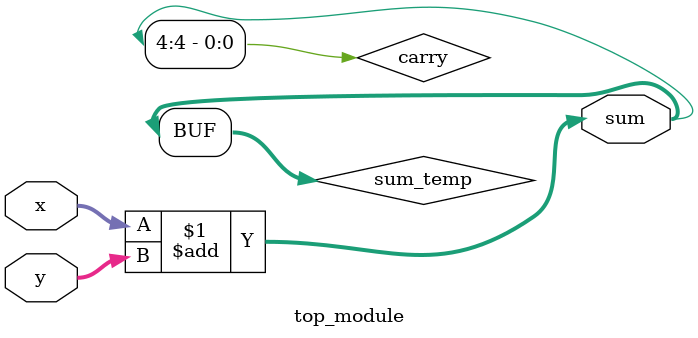
<source format=sv>
module top_module (
	input [3:0] x,
	input [3:0] y,
	output [4:0] sum
);
	
	// Declare internal wires
	wire [4:0] sum_temp;
	wire carry;
	
	// Adder logic
	// Assign the sum_temp to the sum of x and y
	// The most significant bit of sum_temp will be the carry bit
	assign sum_temp = x + y;
	
	// Assign the carry bit to the most significant bit of sum_temp
	assign carry = sum_temp[4];
	
	// Assign the sum output
	assign sum = {carry, sum_temp[3:0]};
	
endmodule

</source>
